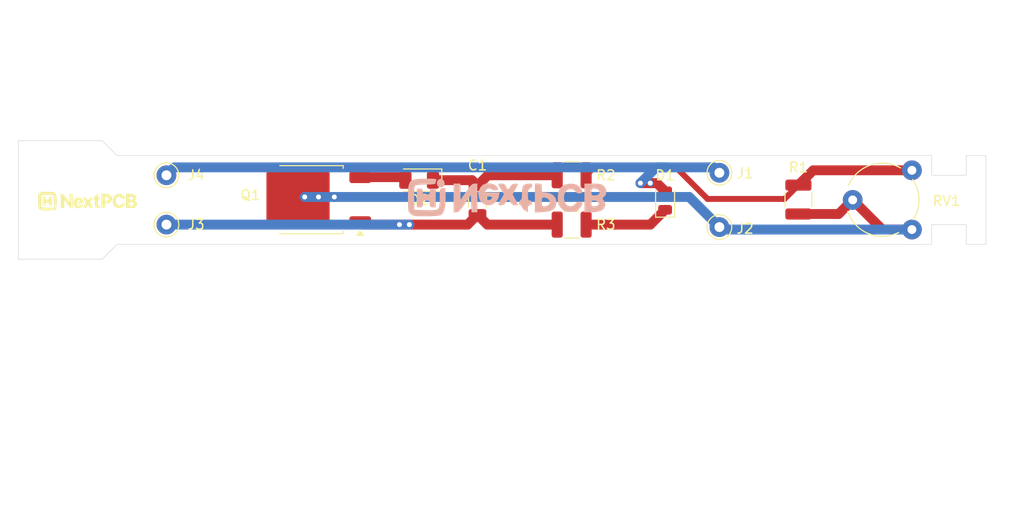
<source format=kicad_pcb>
(kicad_pcb (version 20241229) (generator "pcbnew") (generator_version "9.0")
  (layers (0 "F.Cu" signal) (2 "B.Cu" signal) (13 "F.Paste" user) (15 "B.Paste" user) (5 "F.SilkS" user "F.Silkscreen") (7 "B.SilkS" user "B.Silkscreen") (1 "F.Mask" user) (3 "B.Mask" user) (25 "Edge.Cuts" user))
  (net 0 "")
  (net 1 "Net-(J3-Pin_1)")
  (net 2 "Net-(D2-K)")
  (net 3 "Net-(D1-A)")
  (net 4 "Net-(D1-K)")
  (net 5 "Net-(D2-A)")
  (net 6 "Net-(J2-Pin_1)")
  (net 7 "Net-(R1-Pad2)")
  (footprint "LED_SMD:LED_0805_2012Metric" (layer "F.Cu") (at 165.5 105.5625 90)
    (property "Reference" "D1" (at 2.5625 0 180) (layer "F.SilkS"))
    (property "Value" "LED")
    (fp_line (start 1 -0.96) (end -1.685 -0.96) (stroke (width 0.12)) (layer "F.SilkS"))
    (fp_line (start -1.685 -0.96) (end -1.685 0.96) (stroke (width 0.12)) (layer "F.SilkS"))
    (fp_line (start -1.685 0.96) (end 1 0.96) (stroke (width 0.12)) (layer "F.SilkS"))
    (pad "1" smd roundrect (at -0.9375 0 90) (size 0.975 1.4) (layers "F.Cu" "F.Mask" "F.Paste") (net 4 "Net-(D1-K)"))
    (pad "2" smd roundrect (at 0.9375 0 90) (size 0.975 1.4) (layers "F.Cu" "F.Mask" "F.Paste") (net 3 "Net-(D1-A)"))
  )
  (footprint "Connector_Pin:Pin_D1.0mm_L10.0mm" (layer "F.Cu") (at 115 108)
    (property "Reference" "J3" (at 3 0 0) (layer "F.SilkS"))
    (property "Value" "Conn_01x01")
    (fp_circle (center 0 0) (end 1.25 0.05) (stroke (width 0.12)) (fill no) (layer "F.SilkS"))
    (pad "1" thru_hole circle (at 0 0) (size 2 2) (drill 1) (layers "*.Cu" "*.Mask") (net 1 "Net-(J3-Pin_1)"))
  )
  (footprint "Resistor_SMD:R_1210_3225Metric" (layer "F.Cu") (at 156.0375 108)
    (property "Reference" "R3" (at 3.4625 0 0) (layer "F.SilkS"))
    (property "Value" "82K")
    (fp_line (start -0.723737 -1.355) (end 0.723737 -1.355) (stroke (width 0.12)) (layer "F.SilkS"))
    (fp_line (start -0.723737 1.355) (end 0.723737 1.355) (stroke (width 0.12)) (layer "F.SilkS"))
    (pad "1" smd roundrect (at -1.4625 0) (size 1.125 2.65) (layers "F.Cu" "F.Mask" "F.Paste") (roundrect_rratio 0.222222) (net 1 "Net-(J3-Pin_1)"))
    (pad "2" smd roundrect (at 1.4625 0) (size 1.125 2.65) (layers "F.Cu" "F.Mask" "F.Paste") (roundrect_rratio 0.222222) (net 4 "Net-(D1-K)"))
  )
  (footprint "Connector_Pin:Pin_D1.0mm_L10.0mm" (layer "F.Cu") (at 171 108.25)
    (property "Reference" "J2" (at 2.6 0.15 0) (layer "F.SilkS"))
    (property "Value" "Conn_01x01")
    (fp_circle (center 0 0) (end 1.25 0.05) (stroke (width 0.12)) (fill no) (layer "F.SilkS"))
    (pad "1" thru_hole circle (at 0 0) (size 2 2) (drill 1) (layers "*.Cu" "*.Mask") (net 6 "Net-(J2-Pin_1)"))
  )
  (footprint "Diode_SMD:D_1206_3216Metric" (layer "F.Cu") (at 140.6 103.5 180)
    (property "Reference" "D2" (at 0 -2 0) (layer "F.SilkS"))
    (property "Value" "D_Zener")
    (fp_line (start 1.6 -1.135) (end -2.285 -1.135) (stroke (width 0.12)) (layer "F.SilkS"))
    (fp_line (start -2.285 1.135) (end 1.6 1.135) (stroke (width 0.12)) (layer "F.SilkS"))
    (fp_line (start -2.285 -1.135) (end -2.285 1.135) (stroke (width 0.12)) (layer "F.SilkS"))
    (pad "1" smd roundrect (at -1.4 0 180) (size 1.25 1.75) (layers "F.Cu" "F.Mask" "F.Paste") (roundrect_rratio 0.2) (net 2 "Net-(D2-K)"))
    (pad "2" smd roundrect (at 1.4 0 180) (size 1.25 1.75) (layers "F.Cu" "F.Mask" "F.Paste") (roundrect_rratio 0.2) (net 5 "Net-(D2-A)"))
  )
  (footprint "Connector_Pin:Pin_D1.0mm_L10.0mm" (layer "F.Cu") (at 115 103)
    (property "Reference" "J4" (at 3 0 0) (layer "F.SilkS"))
    (property "Value" "Conn_01x01")
    (fp_circle (center 0 0) (end 1.25 0.05) (stroke (width 0.12)) (fill no) (layer "F.SilkS"))
    (pad "1" thru_hole circle (at 0 0) (size 2 2) (drill 1) (layers "*.Cu" "*.Mask") (net 3 "Net-(D1-A)"))
  )
  (footprint "LOGO" (layer "F.Cu") (at 107 105.5)
    (property "Reference" "G***" (hide yes))
    (property "Value" "LOGO" (hide yes))
    (fp_poly (pts (xy -3.282111 0.646642) (xy -3.188019 0.694491) (xy -3.157018 0.794253) (xy -3.156214 0.825819) (xy -3.191651 0.967134) (xy -3.253117 1.025259) (xy -3.338361 1.067132) (xy -3.394755 1.063904) (xy -3.46933 1.023009) (xy -3.540508 0.931503) (xy -3.551022 0.805772) (xy -3.499089 0.692663) (xy -3.482505 0.676871) (xy -3.374226 0.639448)) (fill yes) (layer "F.SilkS"))
    (fp_poly (pts (xy -1.502959 0.100197) (xy -1.502959 0.826627) (xy -1.644951 0.826627) (xy -1.719237 0.815374) (xy -1.791684 0.771658) (xy -1.87778 0.680539) (xy -1.993017 0.52708) (xy -2.070789 0.415963) (xy -2.354636 0.0053) (xy -2.354636 0.415963) (xy -2.354636 0.826627) (xy -2.529981 0.826627) (xy -2.705326 0.826627) (xy -2.705326 0.100197) (xy -2.705326 -0.626233) (xy -2.567555 -0.626229) (xy -2.496569 -0.614561) (xy -2.425278 -0.569967) (xy -2.339293 -0.478059) (xy -2.224224 -0.324446) (xy -2.129192 -0.187866) (xy -1.8286 0.250493) (xy -1.814125 -0.18787) (xy -1.79965 -0.626233) (xy -1.651305 -0.626233) (xy -1.502959 -0.626233)) (fill yes) (layer "F.SilkS"))
    (fp_poly (pts (xy -4.307701 -0.365965) (xy -4.266284 -0.316385) (xy -4.258383 -0.200395) (xy -4.250628 -0.082873) (xy -4.206873 -0.034676) (xy -4.096384 -0.025071) (xy -4.083038 -0.025049) (xy -3.965516 -0.032805) (xy -3.91732 -0.07656) (xy -3.907715 -0.187048) (xy -3.907693 -0.200395) (xy -3.899314 -0.318202) (xy -3.856817 -0.366522) (xy -3.757397 -0.37574) (xy -3.607101 -0.37574) (xy -3.607101 0.100197) (xy -3.607101 0.576134) (xy -3.757397 0.576134) (xy -3.863852 0.56372) (xy -3.903089 0.505164) (xy -3.907693 0.425838) (xy -3.917468 0.32486) (xy -3.967048 0.283443) (xy -4.083038 0.275542) (xy -4.200846 0.283921) (xy -4.249165 0.326418) (xy -4.258383 0.425838) (xy -4.270797 0.532293) (xy -4.329354 0.57153) (xy -4.408679 0.576134) (xy -4.558975 0.576134) (xy -4.558975 0.100197) (xy -4.558975 -0.37574) (xy -4.408679 -0.37574)) (fill yes) (layer "F.SilkS"))
    (fp_poly (pts (xy 1.791025 -0.61631) (xy 2.060439 -0.58841) (xy 2.248837 -0.536791) (xy 2.374081 -0.453938) (xy 2.451267 -0.338509) (xy 2.501584 -0.126287) (xy 2.463546 0.067477) (xy 2.348967 0.226553) (xy 2.169665 0.334709) (xy 1.937455 0.375715) (xy 1.931284 0.37574) (xy 1.822017 0.380417) (xy 1.770276 0.412628) (xy 1.754549 0.499644) (xy 1.753451 0.601183) (xy 1.749708 0.739706) (xy 1.724339 0.805301) (xy 1.656135 0.825237) (xy 1.578106 0.826627) (xy 1.402761 0.826627) (xy 1.402761 0.09376) (xy 1.402761 -0.100197) (xy 1.753451 -0.100197) (xy 1.759132 0.039347) (xy 1.784975 0.105154) (xy 1.844184 0.12344) (xy 1.866173 0.123653) (xy 1.998896 0.092685) (xy 2.066567 0.055507) (xy 2.148973 -0.05369) (xy 2.148438 -0.170154) (xy 2.076631 -0.268153) (xy 1.945221 -0.321958) (xy 1.893727 -0.325641) (xy 1.807392 -0.318161) (xy 1.766495 -0.277652) (xy 1.75417 -0.177008) (xy 1.753451 -0.100197) (xy 1.402761 -0.100197) (xy 1.402761 -0.639107)) (fill yes) (layer "F.SilkS"))
    (fp_poly (pts (xy 1.05207 -0.448558) (xy 1.063611 -0.328687) (xy 1.108495 -0.280814) (xy 1.152268 -0.275543) (xy 1.230839 -0.246188) (xy 1.252465 -0.150296) (xy 1.228982 -0.052082) (xy 1.152268 -0.025049) (xy 1.094745 -0.013291) (xy 1.064559 0.037708) (xy 1.053276 0.151533) (xy 1.05207 0.255183) (xy 1.057757 0.420975) (xy 1.080043 0.512078) (xy 1.12677 0.553616) (xy 1.147296 0.560318) (xy 1.229739 0.624412) (xy 1.265595 0.705923) (xy 1.270769 0.784651) (xy 1.228582 0.818808) (xy 1.113878 0.826597) (xy 1.0988 0.826627) (xy 0.95006 0.806207) (xy 0.838876 0.755681) (xy 0.830205 0.747901) (xy 0.779624 0.651556) (xy 0.755026 0.481428) (xy 0.751479 0.345539) (xy 0.744593 0.153029) (xy 0.721355 0.041794) (xy 0.677899 -0.006309) (xy 0.676331 -0.006932) (xy 0.617937 -0.073982) (xy 0.601183 -0.155656) (xy 0.628294 -0.252363) (xy 0.676331 -0.275543) (xy 0.740021 -0.316553) (xy 0.751795 -0.363215) (xy 0.792236 -0.445701) (xy 0.890356 -0.529285) (xy 0.902091 -0.53623) (xy 1.05207 -0.621573)) (fill yes) (layer "F.SilkS"))
    (fp_poly (pts (xy -0.729831 -0.230143) (xy -0.573817 -0.111166) (xy -0.45907 0.055559) (xy -0.417544 0.18787) (xy -0.387679 0.37574) (xy -0.771737 0.37574) (xy -0.964327 0.377208) (xy -1.074486 0.385205) (xy -1.119974 0.405115) (xy -1.118551 0.442323) (xy -1.10217 0.475937) (xy -1.021664 0.547642) (xy -0.907903 0.576444) (xy -0.806726 0.55529) (xy -0.776529 0.526035) (xy -0.709374 0.486699) (xy -0.604054 0.47625) (xy -0.5038 0.492634) (xy -0.451846 0.533797) (xy -0.450888 0.541509) (xy -0.4967 0.667455) (xy -0.619755 0.766387) (xy -0.798486 0.827896) (xy -1.011324 0.841571) (xy -1.062797 0.83686) (xy -1.22053 0.77157) (xy -1.351522 0.634357) (xy -1.434578 0.453342) (xy -1.452861 0.319309) (xy -1.417209 0.086537) (xy -1.081161 0.086537) (xy -1.075253 0.145029) (xy -0.97584 0.173754) (xy -0.931 0.175345) (xy -0.813434 0.164537) (xy -0.753454 0.137885) (xy -0.75148 0.131381) (xy -0.793412 0.04707) (xy -0.887197 -0.004051) (xy -0.984824 0.003089) (xy -0.990666 0.006484) (xy -1.081161 0.086537) (xy -1.417209 0.086537) (xy -1.414325 0.067707) (xy -1.303245 -0.120167) (xy -1.126414 -0.237001) (xy -0.900209 -0.275543)) (fill yes) (layer "F.SilkS"))
    (fp_poly (pts (xy 0.507115 -0.266538) (xy 0.551083 -0.244872) (xy 0.551084 -0.244748) (xy 0.528937 -0.187239) (xy 0.471775 -0.071027) (xy 0.415558 0.035052) (xy 0.280033 0.284057) (xy 0.415558 0.525152) (xy 0.490367 0.663283) (xy 0.539588 0.763851) (xy 0.551084 0.796437) (xy 0.507429 0.817523) (xy 0.402046 0.826619) (xy 0.398458 0.826627) (xy 0.270272 0.800737) (xy 0.178136 0.706053) (xy 0.16049 0.676648) (xy 0.085557 0.561719) (xy 0.031615 0.538848) (xy -0.019839 0.608008) (xy -0.050099 0.676331) (xy -0.113182 0.783041) (xy -0.207636 0.822901) (xy -0.281621 0.826627) (xy -0.395139 0.818304) (xy -0.449969 0.797932) (xy -0.450888 0.794594) (xy -0.426623 0.73749) (xy -0.364125 0.624283) (xy -0.305597 0.526432) (xy -0.160305 0.290303) (xy -0.304742 0.044954) (xy -0.383774 -0.095197) (xy -0.436597 -0.200164) (xy -0.450034 -0.237969) (xy -0.407047 -0.264194) (xy -0.302068 -0.275531) (xy -0.298262 -0.275543) (xy -0.170076 -0.249652) (xy -0.07794 -0.154969) (xy -0.060294 -0.125563) (xy 0.016573 -0.010188) (xy 0.076233 0.012163) (xy 0.13864 -0.058481) (xy 0.175345 -0.125247) (xy 0.258173 -0.23674) (xy 0.370434 -0.274534) (xy 0.402075 -0.275543)) (fill yes) (layer "F.SilkS"))
    (fp_poly (pts (xy 3.386792 -0.596307) (xy 3.498901 -0.572767) (xy 3.584469 -0.517197) (xy 3.661308 -0.437573) (xy 3.774387 -0.282507) (xy 3.807258 -0.165382) (xy 3.759888 -0.094024) (xy 3.66296 -0.075148) (xy 3.514885 -0.117211) (xy 3.436362 -0.200395) (xy 3.318741 -0.300065) (xy 3.169944 -0.324183) (xy 3.0278 -0.269848) (xy 2.989227 -0.234681) (xy 2.900152 -0.077738) (xy 2.870519 0.107579) (xy 2.896397 0.291151) (xy 2.973857 0.44286) (xy 3.088888 0.52901) (xy 3.234171 0.546218) (xy 3.374178 0.505212) (xy 3.466599 0.419679) (xy 3.473448 0.404627) (xy 3.537024 0.344338) (xy 3.639747 0.322418) (xy 3.741506 0.337818) (xy 3.802187 0.389493) (xy 3.806381 0.413313) (xy 3.764477 0.537891) (xy 3.660752 0.668885) (xy 3.524019 0.769998) (xy 3.522721 0.770665) (xy 3.345593 0.818706) (xy 3.129605 0.819726) (xy 2.922911 0.776386) (xy 2.826579 0.732168) (xy 2.673328 0.59346) (xy 2.58586 0.398467) (xy 2.559972 0.135789) (xy 2.564895 0.022758) (xy 2.586115 -0.163109) (xy 2.627176 -0.28913) (xy 2.70392 -0.395576) (xy 2.747233 -0.440771) (xy 2.848777 -0.531869) (xy 2.945131 -0.580037) (xy 3.074921 -0.598624) (xy 3.211384 -0.601184)) (fill yes) (layer "F.SilkS"))
    (fp_poly (pts (xy 4.532431 -0.607366) (xy 4.751872 -0.548499) (xy 4.890316 -0.446238) (xy 4.953902 -0.297185) (xy 4.959763 -0.220158) (xy 4.926728 -0.094813) (xy 4.875538 -0.01502) (xy 4.821476 0.058087) (xy 4.841921 0.109843) (xy 4.900587 0.154587) (xy 4.991139 0.27271) (xy 5.016592 0.430379) (xy 4.978361 0.592202) (xy 4.877862 0.722791) (xy 4.877859 0.722794) (xy 4.792414 0.776342) (xy 4.686178 0.808077) (xy 4.531951 0.823121) (xy 4.326774 0.826627) (xy 3.907692 0.826627) (xy 3.907692 0.400789) (xy 4.258382 0.400789) (xy 4.266872 0.518665) (xy 4.309246 0.56701) (xy 4.405099 0.576134) (xy 4.539941 0.550108) (xy 4.630444 0.497507) (xy 4.682858 0.39592) (xy 4.649891 0.304002) (xy 4.545864 0.24138) (xy 4.431965 0.225444) (xy 4.315612 0.233315) (xy 4.267894 0.277407) (xy 4.258401 0.388438) (xy 4.258382 0.400789) (xy 3.907692 0.400789) (xy 3.907692 0.100197) (xy 3.907692 -0.175345) (xy 4.258382 -0.175345) (xy 4.270851 -0.068848) (xy 4.329273 -0.029604) (xy 4.406915 -0.025049) (xy 4.545834 -0.058248) (xy 4.604965 -0.117572) (xy 4.621944 -0.224073) (xy 4.552239 -0.297101) (xy 4.406829 -0.325584) (xy 4.398658 -0.325641) (xy 4.299036 -0.311971) (xy 4.26238 -0.249964) (xy 4.258382 -0.175345) (xy 3.907692 -0.175345) (xy 3.907692 -0.626233) (xy 4.225857 -0.626233)) (fill yes) (layer "F.SilkS"))
    (fp_poly (pts (xy -3.83274 -0.822473) (xy -3.605762 -0.811016) (xy -3.437421 -0.793768) (xy -3.349073 -0.772496) (xy -3.242989 -0.676721) (xy -3.168959 -0.514599) (xy -3.124385 -0.276485) (xy -3.106667 0.047265) (xy -3.106115 0.128997) (xy -3.1079 0.359482) (xy -3.115041 0.505931) (xy -3.130212 0.58447) (xy -3.15609 0.611224) (xy -3.18536 0.606543) (xy -3.298217 0.578993) (xy -3.335656 0.576134) (xy -3.370217 0.555611) (xy -3.391961 0.483426) (xy -3.403315 0.343657) (xy -3.406703 0.120382) (xy -3.406707 0.109772) (xy -3.408771 -0.143954) (xy -3.425263 -0.319773) (xy -3.471632 -0.431441) (xy -3.563326 -0.492712) (xy -3.715795 -0.517341) (xy -3.944487 -0.519084) (xy -4.108697 -0.515263) (xy -4.684221 -0.500986) (xy -4.698437 0.067977) (xy -4.700197 0.373415) (xy -4.687931 0.583268) (xy -4.661752 0.695875) (xy -4.654729 0.706735) (xy -4.591197 0.742577) (xy -4.463102 0.764805) (xy -4.256526 0.775204) (xy -4.110303 0.776528) (xy -3.867044 0.780592) (xy -3.712464 0.793741) (xy -3.635336 0.817414) (xy -3.621418 0.839152) (xy -3.601004 0.937706) (xy -3.582659 0.989448) (xy -3.574423 1.027958) (xy -3.598644 1.053033) (xy -3.671317 1.067334) (xy -3.808435 1.073526) (xy -4.025992 1.07427) (xy -4.090203 1.073945) (xy -4.324286 1.06875) (xy -4.529699 1.057206) (xy -4.680376 1.041173) (xy -4.741484 1.027443) (xy -4.842766 0.973925) (xy -4.915439 0.897379) (xy -4.963992 0.782068) (xy -4.992915 0.612259) (xy -5.006696 0.372217) (xy -5.009862 0.086658) (xy -5.009182 -0.183627) (xy -5.005033 -0.372552) (xy -4.994256 -0.498956) (xy -4.973694 -0.581675) (xy -4.940185 -0.639547) (xy -4.890572 -0.691409) (xy -4.8773 -0.703773) (xy -4.817562 -0.754256) (xy -4.753832 -0.788615) (xy -4.66649 -0.809939) (xy -4.535915 -0.821322) (xy -4.342488 -0.825853) (xy -4.097478 -0.826627)) (fill yes) (layer "F.SilkS"))
  )
  (footprint "Connector_Pin:Pin_D1.0mm_L10.0mm" (layer "F.Cu") (at 171 102.75)
    (property "Reference" "J1" (at 2.6 0.05 0) (layer "F.SilkS"))
    (property "Value" "Conn_01x01")
    (fp_circle (center 0 0) (end 1.25 0.05) (stroke (width 0.12)) (fill no) (layer "F.SilkS"))
    (pad "1" thru_hole circle (at 0 0) (size 2 2) (drill 1) (layers "*.Cu" "*.Mask") (net 3 "Net-(D1-A)"))
  )
  (footprint "Potentiometer_THT:Potentiometer_Piher_PT-6-V_Vertical" (layer "F.Cu") (at 190.5 102.5 180)
    (property "Reference" "RV1" (at -3.5 -3.1 0) (layer "F.SilkS"))
    (property "Value" "500K")
    (fp_arc (start 6.4257 -1.531842) (mid 4.184354 0.533867) (end 1.150866 0.235987) (stroke (width 0.12)) (layer "F.SilkS"))
    (fp_arc (start 1.350608 -6.298785) (mid 4.411395 -6.40741) (end 6.49889 -4.166298) (stroke (width 0.12)) (layer "F.SilkS"))
    (fp_arc (start -0.090784 -0.939479) (mid -0.714483 -2.963808) (end -0.130347 -4.999905) (stroke (width 0.12)) (layer "F.SilkS"))
    (pad "1" thru_hole circle (at 0 0 180) (size 2 2) (drill 0.9) (layers "*.Cu" "*.Mask") (net 7 "Net-(R1-Pad2)"))
    (pad "2" thru_hole circle (at 6 -3 180) (size 2 2) (drill 0.9) (layers "*.Cu" "*.Mask") (net 6 "Net-(J2-Pin_1)"))
    (pad "3" thru_hole circle (at 0 -6 180) (size 2 2) (drill 0.9) (layers "*.Cu" "*.Mask") (net 6 "Net-(J2-Pin_1)"))
  )
  (footprint "Resistor_SMD:R_1210_3225Metric" (layer "F.Cu") (at 179 105.4625 90)
    (property "Reference" "R1" (at 3.2625 0 180) (layer "F.SilkS"))
    (property "Value" "560K")
    (fp_line (start -0.723737 -1.355) (end 0.723737 -1.355) (stroke (width 0.12)) (layer "F.SilkS"))
    (fp_line (start -0.723737 1.355) (end 0.723737 1.355) (stroke (width 0.12)) (layer "F.SilkS"))
    (pad "1" smd roundrect (at -1.4625 0 90) (size 1.125 2.65) (layers "F.Cu" "F.Mask" "F.Paste") (roundrect_rratio 0.222222) (net 6 "Net-(J2-Pin_1)"))
    (pad "2" smd roundrect (at 1.4625 0 90) (size 1.125 2.65) (layers "F.Cu" "F.Mask" "F.Paste") (roundrect_rratio 0.222222) (net 7 "Net-(R1-Pad2)"))
  )
  (footprint "Resistor_SMD:R_1210_3225Metric" (layer "F.Cu") (at 156.0375 103 180)
    (property "Reference" "R2" (at -3.4625 0 0) (layer "F.SilkS"))
    (property "Value" "10K")
    (fp_line (start -0.723737 1.355) (end 0.723737 1.355) (stroke (width 0.12)) (layer "F.SilkS"))
    (fp_line (start -0.723737 -1.355) (end 0.723737 -1.355) (stroke (width 0.12)) (layer "F.SilkS"))
    (pad "1" smd roundrect (at -1.4625 0 180) (size 1.125 2.65) (layers "F.Cu" "F.Mask" "F.Paste") (roundrect_rratio 0.222222) (net 7 "Net-(R1-Pad2)"))
    (pad "2" smd roundrect (at 1.4625 0 180) (size 1.125 2.65) (layers "F.Cu" "F.Mask" "F.Paste") (roundrect_rratio 0.222222) (net 2 "Net-(D2-K)"))
  )
  (footprint "Package_TO_SOT_SMD:TO-252-2" (layer "F.Cu") (at 129.585 105.475 180)
    (property "Reference" "Q1" (at 6.085 0.475 0) (layer "F.SilkS"))
    (property "Value" "BT136-600")
    (fp_line (start 3.11 3.45) (end -3.31 3.45) (stroke (width 0.12)) (layer "F.SilkS"))
    (fp_line (start 3.11 -3.45) (end -3.31 -3.45) (stroke (width 0.12)) (layer "F.SilkS"))
    (fp_line (start -3.31 3.45) (end -3.31 3.18) (stroke (width 0.12)) (layer "F.SilkS"))
    (fp_line (start -3.31 -3.45) (end -3.31 -3.18) (stroke (width 0.12)) (layer "F.SilkS"))
    (fp_poly (pts (xy -5.04 -3.14) (xy -5.38 -3.61) (xy -4.7 -3.61)) (stroke (width 0.12)) (fill yes) (layer "F.SilkS"))
    (pad "1" smd roundrect (at -5.04 -2.28 180) (size 2.2 1.2) (layers "F.Cu" "F.Mask" "F.Paste") (roundrect_rratio 0.208333) (net 1 "Net-(J3-Pin_1)"))
    (pad "2" smd roundrect (at 1.26 0 180) (size 6.4 5.8) (layers "F.Cu" "F.Mask") (roundrect_rratio 0.043103) (net 6 "Net-(J2-Pin_1)"))
    (pad "3" smd roundrect (at -5.04 2.28 180) (size 2.2 1.2) (layers "F.Cu" "F.Mask" "F.Paste") (roundrect_rratio 0.208333) (net 5 "Net-(D2-A)"))
  )
  (footprint "Capacitor_SMD:C_1206_3216Metric" (layer "F.Cu") (at 146.5 105.525 -90)
    (property "Reference" "C1" (at -3.525 0 180) (layer "F.SilkS"))
    (property "Value" "104")
    (fp_line (start -0.711252 0.91) (end 0.711252 0.91) (stroke (width 0.12)) (layer "F.SilkS"))
    (fp_line (start -0.711252 -0.91) (end 0.711252 -0.91) (stroke (width 0.12)) (layer "F.SilkS"))
    (pad "1" smd roundrect (at -1.475 0 270) (size 1.15 1.8) (layers "F.Cu" "F.Mask" "F.Paste") (roundrect_rratio 0.217391) (net 2 "Net-(D2-K)"))
    (pad "2" smd roundrect (at 1.475 0 270) (size 1.15 1.8) (layers "F.Cu" "F.Mask" "F.Paste") (roundrect_rratio 0.217391) (net 1 "Net-(J3-Pin_1)"))
  )
  (footprint "LOGO" (layer "B.Cu") (at 149.5 105.5)
    (property "Reference" "G***" (hide yes))
    (property "Value" "LOGO" (hide yes))
    (fp_poly (pts (xy -6.577194 -1.29584) (xy -6.388638 -1.391728) (xy -6.326513 -1.591646) (xy -6.324902 -1.654902) (xy -6.395918 -1.93809) (xy -6.519092 -2.05457) (xy -6.689916 -2.138482) (xy -6.802927 -2.132014) (xy -6.952372 -2.050061) (xy -7.095009 -1.866688) (xy -7.116079 -1.61473) (xy -7.012008 -1.388065) (xy -6.978775 -1.356418) (xy -6.761789 -1.281423)) (fill yes) (layer "B.SilkS"))
    (fp_poly (pts (xy -3.011859 -0.20079) (xy -3.011859 -1.656522) (xy -3.296403 -1.656522) (xy -3.44527 -1.633972) (xy -3.590449 -1.546366) (xy -3.762983 -1.363768) (xy -3.993911 -1.056243) (xy -4.149762 -0.833571) (xy -4.718578 -0.010621) (xy -4.718578 -0.833571) (xy -4.718578 -1.656522) (xy -5.069961 -1.656522) (xy -5.421345 -1.656522) (xy -5.421345 -0.20079) (xy -5.421345 1.254941) (xy -5.145258 1.254933) (xy -5.003005 1.23155) (xy -4.860142 1.142187) (xy -4.687831 0.958007) (xy -4.457238 0.650175) (xy -4.266799 0.376475) (xy -3.664428 -0.501976) (xy -3.63542 0.376482) (xy -3.606413 1.254941) (xy -3.309136 1.254941) (xy -3.011859 1.254941)) (fill yes) (layer "B.SilkS"))
    (fp_poly (pts (xy -8.632428 0.733376) (xy -8.549431 0.63402) (xy -8.533598 0.401581) (xy -8.518056 0.166073) (xy -8.430373 0.069489) (xy -8.20896 0.050241) (xy -8.182214 0.050198) (xy -7.946706 0.065739) (xy -7.850122 0.153422) (xy -7.830875 0.374836) (xy -7.830831 0.401581) (xy -7.814041 0.637662) (xy -7.728879 0.734493) (xy -7.529645 0.752965) (xy -7.228459 0.752965) (xy -7.228459 -0.20079) (xy -7.228459 -1.154545) (xy -7.529645 -1.154545) (xy -7.742975 -1.129669) (xy -7.821604 -1.012324) (xy -7.830831 -0.85336) (xy -7.850419 -0.651004) (xy -7.949775 -0.568007) (xy -8.182214 -0.552174) (xy -8.418295 -0.568964) (xy -8.515126 -0.654126) (xy -8.533598 -0.85336) (xy -8.558474 -1.066689) (xy -8.675819 -1.145318) (xy -8.834783 -1.154545) (xy -9.135969 -1.154545) (xy -9.135969 -0.20079) (xy -9.135969 0.752965) (xy -8.834783 0.752965)) (fill yes) (layer "B.SilkS"))
    (fp_poly (pts (xy 3.58913 1.235057) (xy 4.129023 1.179146) (xy 4.506564 1.075704) (xy 4.757547 0.909671) (xy 4.912222 0.678355) (xy 5.013057 0.253073) (xy 4.936829 -0.135221) (xy 4.707219 -0.454001) (xy 4.347906 -0.670741) (xy 3.882568 -0.752915) (xy 3.870202 -0.752964) (xy 3.651236 -0.762337) (xy 3.547549 -0.826888) (xy 3.516034 -1.001264) (xy 3.513833 -1.204743) (xy 3.506332 -1.482335) (xy 3.455494 -1.613784) (xy 3.318817 -1.653735) (xy 3.16245 -1.656522) (xy 2.811066 -1.656522) (xy 2.811066 -0.187891) (xy 2.811066 0.200791) (xy 3.513833 0.200791) (xy 3.525217 -0.078849) (xy 3.577006 -0.210723) (xy 3.695657 -0.247368) (xy 3.739723 -0.247795) (xy 4.005692 -0.185736) (xy 4.141304 -0.111233) (xy 4.30644 0.107593) (xy 4.305368 0.34098) (xy 4.161471 0.537367) (xy 3.898131 0.645189) (xy 3.79494 0.652569) (xy 3.621929 0.63758) (xy 3.539973 0.556401) (xy 3.515274 0.354716) (xy 3.513833 0.200791) (xy 2.811066 0.200791) (xy 2.811066 1.28074)) (fill yes) (layer "B.SilkS"))
    (fp_poly (pts (xy 2.1083 0.898888) (xy 2.131427 0.658673) (xy 2.221372 0.562738) (xy 2.30909 0.552174) (xy 2.466542 0.49335) (xy 2.509881 0.301186) (xy 2.462821 0.10437) (xy 2.30909 0.050198) (xy 2.193817 0.026635) (xy 2.133326 -0.075565) (xy 2.110716 -0.303666) (xy 2.1083 -0.511375) (xy 2.119695 -0.843614) (xy 2.164355 -1.02618) (xy 2.257994 -1.10942) (xy 2.299127 -1.12285) (xy 2.464339 -1.251292) (xy 2.536193 -1.414637) (xy 2.546562 -1.572404) (xy 2.46202 -1.640852) (xy 2.232158 -1.656462) (xy 2.201944 -1.656522) (xy 1.903876 -1.615601) (xy 1.681069 -1.514349) (xy 1.663692 -1.498758) (xy 1.56233 -1.305688) (xy 1.513037 -0.964759) (xy 1.505928 -0.692445) (xy 1.492128 -0.306664) (xy 1.445562 -0.083753) (xy 1.358478 0.012643) (xy 1.355335 0.013892) (xy 1.238316 0.148257) (xy 1.204742 0.311927) (xy 1.259071 0.505723) (xy 1.355335 0.552174) (xy 1.482967 0.634357) (xy 1.506563 0.727866) (xy 1.587603 0.893163) (xy 1.784231 1.060662) (xy 1.807749 1.07458) (xy 2.1083 1.245602)) (fill yes) (layer "B.SilkS"))
    (fp_poly (pts (xy -1.462547 0.461196) (xy -1.149902 0.22277) (xy -0.919954 -0.111337) (xy -0.836738 -0.376482) (xy -0.776891 -0.752964) (xy -1.546524 -0.752964) (xy -1.932465 -0.755908) (xy -2.153218 -0.771933) (xy -2.244374 -0.811831) (xy -2.241523 -0.886395) (xy -2.208696 -0.953755) (xy -2.047366 -1.097449) (xy -1.819394 -1.155166) (xy -1.616641 -1.112774) (xy -1.556127 -1.05415) (xy -1.421552 -0.975322) (xy -1.210495 -0.954382) (xy -1.009591 -0.987216) (xy -0.905479 -1.069705) (xy -0.903558 -1.085159) (xy -0.995362 -1.337548) (xy -1.241959 -1.535804) (xy -1.600127 -1.659065) (xy -2.026645 -1.686469) (xy -2.129794 -1.677028) (xy -2.445884 -1.546189) (xy -2.708385 -1.271221) (xy -2.874825 -0.908476) (xy -2.911463 -0.639881) (xy -2.840018 -0.173416) (xy -2.166595 -0.173416) (xy -2.154755 -0.290631) (xy -1.955538 -0.348194) (xy -1.865679 -0.351383) (xy -1.630082 -0.329725) (xy -1.509886 -0.276316) (xy -1.50593 -0.263281) (xy -1.589959 -0.094326) (xy -1.777901 0.008118) (xy -1.97354 -0.006189) (xy -1.985247 -0.012994) (xy -2.166595 -0.173416) (xy -2.840018 -0.173416) (xy -2.834239 -0.135682) (xy -2.61164 0.240809) (xy -2.257279 0.474939) (xy -1.803975 0.552174)) (fill yes) (layer "B.SilkS"))
    (fp_poly (pts (xy 1.016235 0.534128) (xy 1.104345 0.490712) (xy 1.104347 0.490464) (xy 1.059965 0.375217) (xy 0.945414 0.142335) (xy 0.83276 -0.070242) (xy 0.561172 -0.569237) (xy 0.83276 -1.052379) (xy 0.982673 -1.329188) (xy 1.081309 -1.530721) (xy 1.104347 -1.596021) (xy 1.016865 -1.638277) (xy 0.805681 -1.656505) (xy 0.798492 -1.656522) (xy 0.541612 -1.604639) (xy 0.356976 -1.414897) (xy 0.321614 -1.355971) (xy 0.171453 -1.125658) (xy 0.063355 -1.079827) (xy -0.039755 -1.21842) (xy -0.100396 -1.355336) (xy -0.226812 -1.569178) (xy -0.416093 -1.649055) (xy -0.564355 -1.656522) (xy -0.791839 -1.639842) (xy -0.901716 -1.599018) (xy -0.903558 -1.592329) (xy -0.854933 -1.477895) (xy -0.729689 -1.251033) (xy -0.612401 -1.054945) (xy -0.321244 -0.581754) (xy -0.610689 -0.090086) (xy -0.769064 0.19077) (xy -0.874918 0.401118) (xy -0.901846 0.476878) (xy -0.815702 0.529432) (xy -0.605329 0.552151) (xy -0.597703 0.552174) (xy -0.340823 0.500291) (xy -0.156187 0.31055) (xy -0.120825 0.251623) (xy 0.033213 0.020417) (xy 0.152767 -0.024375) (xy 0.277828 0.117194) (xy 0.351383 0.250988) (xy 0.517367 0.474415) (xy 0.742332 0.550153) (xy 0.805739 0.552174)) (fill yes) (layer "B.SilkS"))
    (fp_poly (pts (xy 6.786971 1.194971) (xy 7.011632 1.147798) (xy 7.183105 1.036438) (xy 7.337088 0.876875) (xy 7.563692 0.566131) (xy 7.629565 0.331418) (xy 7.534637 0.18842) (xy 7.340399 0.150593) (xy 7.043662 0.234885) (xy 6.886306 0.401581) (xy 6.650599 0.601316) (xy 6.352418 0.649647) (xy 6.067567 0.540763) (xy 5.990269 0.47029) (xy 5.811767 0.155784) (xy 5.752383 -0.215582) (xy 5.804243 -0.583453) (xy 5.959468 -0.88747) (xy 6.189986 -1.060111) (xy 6.481125 -1.094595) (xy 6.761694 -1.012421) (xy 6.9469 -0.841016) (xy 6.960626 -0.810853) (xy 7.088028 -0.690038) (xy 7.293881 -0.64611) (xy 7.4978 -0.676971) (xy 7.619402 -0.780525) (xy 7.627806 -0.828261) (xy 7.543833 -1.077907) (xy 7.335973 -1.340415) (xy 7.061967 -1.54304) (xy 7.059366 -1.544376) (xy 6.704409 -1.640648) (xy 6.271581 -1.642691) (xy 5.857375 -1.555841) (xy 5.664331 -1.46723) (xy 5.357222 -1.189266) (xy 5.181941 -0.798509) (xy 5.130062 -0.272114) (xy 5.139928 -0.045606) (xy 5.182452 0.326863) (xy 5.264737 0.579404) (xy 5.418529 0.792716) (xy 5.505325 0.883283) (xy 5.708814 1.06584) (xy 5.901902 1.162366) (xy 6.161995 1.199613) (xy 6.435462 1.204743)) (fill yes) (layer "B.SilkS"))
    (fp_poly (pts (xy 9.082778 1.217132) (xy 9.522526 1.099166) (xy 9.799962 0.894239) (xy 9.927386 0.595544) (xy 9.93913 0.441185) (xy 9.87293 0.190001) (xy 9.770347 0.030098) (xy 9.662009 -0.116404) (xy 9.70298 -0.220119) (xy 9.820545 -0.309784) (xy 10.002006 -0.546498) (xy 10.053013 -0.862458) (xy 9.9764 -1.186745) (xy 9.775005 -1.448438) (xy 9.774998 -1.448444) (xy 9.603771 -1.555754) (xy 9.390879 -1.619348) (xy 9.081815 -1.649496) (xy 8.67065 -1.656522) (xy 7.830829 -1.656522) (xy 7.830829 -0.803162) (xy 8.533596 -0.803162) (xy 8.55061 -1.039381) (xy 8.635524 -1.136262) (xy 8.827611 -1.154545) (xy 9.097826 -1.10239) (xy 9.27919 -0.99698) (xy 9.384225 -0.793406) (xy 9.318161 -0.609205) (xy 9.109695 -0.483714) (xy 8.881447 -0.451779) (xy 8.648282 -0.467552) (xy 8.552657 -0.555911) (xy 8.533634 -0.778411) (xy 8.533596 -0.803162) (xy 7.830829 -0.803162) (xy 7.830829 -0.20079) (xy 7.830829 0.351384) (xy 8.533596 0.351384) (xy 8.558582 0.137967) (xy 8.675658 0.059324) (xy 8.83125 0.050198) (xy 9.109637 0.116727) (xy 9.228132 0.235608) (xy 9.262157 0.449031) (xy 9.122472 0.595376) (xy 8.831076 0.652455) (xy 8.814703 0.652569) (xy 8.615064 0.625174) (xy 8.541607 0.500916) (xy 8.533596 0.351384) (xy 7.830829 0.351384) (xy 7.830829 1.254941) (xy 8.468417 1.254941)) (fill yes) (layer "B.SilkS"))
    (fp_poly (pts (xy -7.680628 1.648197) (xy -7.225775 1.625238) (xy -6.888428 1.590673) (xy -6.711384 1.548046) (xy -6.498795 1.356117) (xy -6.350443 1.031232) (xy -6.261119 0.554063) (xy -6.225613 -0.094717) (xy -6.224507 -0.258505) (xy -6.228085 -0.720386) (xy -6.242394 -1.013863) (xy -6.272796 -1.171251) (xy -6.324654 -1.224865) (xy -6.383311 -1.215484) (xy -6.60947 -1.160274) (xy -6.684496 -1.154545) (xy -6.753755 -1.113418) (xy -6.797329 -0.968762) (xy -6.820081 -0.688672) (xy -6.82687 -0.241239) (xy -6.826878 -0.219979) (xy -6.831015 0.288477) (xy -6.864064 0.640811) (xy -6.956985 0.864587) (xy -7.140736 0.98737) (xy -7.446276 1.036727) (xy -7.904564 1.04022) (xy -8.233633 1.032563) (xy -9.386957 1.003953) (xy -9.415445 -0.136223) (xy -9.418972 -0.748306) (xy -9.394391 -1.168841) (xy -9.341929 -1.3945) (xy -9.327855 -1.416263) (xy -9.200541 -1.488089) (xy -8.943845 -1.532633) (xy -8.529876 -1.553471) (xy -8.236852 -1.556126) (xy -7.749372 -1.564269) (xy -7.439601 -1.59062) (xy -7.28504 -1.638059) (xy -7.25715 -1.68162) (xy -7.21624 -1.879119) (xy -7.179479 -1.982806) (xy -7.162973 -2.059979) (xy -7.211511 -2.110227) (xy -7.357144 -2.138888) (xy -7.631922 -2.151296) (xy -8.067897 -2.152787) (xy -8.196572 -2.152134) (xy -8.665664 -2.141724) (xy -9.077303 -2.11859) (xy -9.379251 -2.086461) (xy -9.501709 -2.058948) (xy -9.704672 -1.951701) (xy -9.850306 -1.798304) (xy -9.947605 -1.567227) (xy -10.005565 -1.226938) (xy -10.033181 -0.745906) (xy -10.039526 -0.173658) (xy -10.038162 0.36798) (xy -10.029847 0.746577) (xy -10.008252 0.999884) (xy -9.967046 1.165649) (xy -9.899897 1.281621) (xy -9.800474 1.38555) (xy -9.773878 1.410327) (xy -9.654165 1.511493) (xy -9.526453 1.580346) (xy -9.351424 1.62308) (xy -9.089759 1.64589) (xy -8.70214 1.65497) (xy -8.211152 1.656522)) (fill yes) (layer "B.SilkS"))
  )
  (gr_line (start 198 110) (end 196 110) (stroke (width 0.05)) (layer "Edge.Cuts"))
  (gr_line (start 196 110) (end 196 108) (stroke (width 0.05)) (layer "Edge.Cuts"))
  (gr_line (start 192.5 103) (end 192.5 101) (stroke (width 0.05)) (layer "Edge.Cuts"))
  (gr_line (start 100 111.5) (end 100 99.5) (stroke (width 0.05)) (layer "Edge.Cuts"))
  (gr_line (start 198 101) (end 196 101) (stroke (width 0.05)) (layer "Edge.Cuts"))
  (gr_line (start 192.5 108) (end 192.5 110) (stroke (width 0.05)) (layer "Edge.Cuts"))
  (gr_line (start 108.5 111.5) (end 110 110) (stroke (width 0.05)) (layer "Edge.Cuts"))
  (gr_line (start 198 110) (end 198 101) (stroke (width 0.05)) (layer "Edge.Cuts"))
  (gr_line (start 100 111.5) (end 108.5 111.5) (stroke (width 0.05)) (layer "Edge.Cuts"))
  (gr_line (start 192.5 101) (end 110 101) (stroke (width 0.05)) (layer "Edge.Cuts"))
  (gr_line (start 196 101) (end 196 103) (stroke (width 0.05)) (layer "Edge.Cuts"))
  (gr_line (start 100 99.5) (end 108.5 99.5) (stroke (width 0.05)) (layer "Edge.Cuts"))
  (gr_line (start 196 108) (end 192.5 108) (stroke (width 0.05)) (layer "Edge.Cuts"))
  (gr_line (start 192.5 110) (end 110 110) (stroke (width 0.05)) (layer "Edge.Cuts"))
  (gr_line (start 108.5 99.5) (end 110 101) (stroke (width 0.05)) (layer "Edge.Cuts"))
  (gr_line (start 196 103) (end 192.5 103) (stroke (width 0.05)) (layer "Edge.Cuts"))
  (segment (start 154.575 108) (end 147.5 108) (width 1) (layer "F.Cu") (net 1))
  (segment (start 134.625 107.755) (end 134.87 108) (width 1) (layer "F.Cu") (net 1))
  (segment (start 134.87 108) (end 145.5 108) (width 1) (layer "F.Cu") (net 1))
  (segment (start 145.5 108) (end 146.5 107) (width 1) (layer "F.Cu") (net 1))
  (segment (start 147.5 108) (end 146.5 107) (width 1) (layer "F.Cu") (net 1))
  (via (at 139.6 108) (size 0.7) (drill 0.5) (layers "F.Cu" "B.Cu") (net 1))
  (via (at 138.6 108) (size 0.7) (drill 0.5) (layers "F.Cu" "B.Cu") (net 1))
  (segment (start 138.6 108) (end 139.6 108) (width 1) (layer "B.Cu") (net 1))
  (segment (start 115 108) (end 138.6 108) (width 1) (layer "B.Cu") (net 1))
  (segment (start 147.55 103) (end 146.5 104.05) (width 1) (layer "F.Cu") (net 2))
  (segment (start 142 103.5) (end 145.95 103.5) (width 1) (layer "F.Cu") (net 2))
  (segment (start 145.95 103.5) (end 146.5 104.05) (width 1) (layer "F.Cu") (net 2))
  (segment (start 154.575 103) (end 147.55 103) (width 1) (layer "F.Cu") (net 2))
  (segment (start 165.5 104.625) (end 164.675 103.8) (width 1) (layer "F.Cu") (net 3))
  (segment (start 164.2 103.8) (end 164 103.8) (width 1) (layer "F.Cu") (net 3))
  (segment (start 164.675 103.8) (end 164.2 103.8) (width 1) (layer "F.Cu") (net 3))
  (segment (start 164 103.8) (end 163 103.8) (width 1) (layer "F.Cu") (net 3))
  (via (at 164 103.8) (size 0.7) (drill 0.5) (layers "F.Cu" "B.Cu") (net 3))
  (via (at 163 103.8) (size 0.7) (drill 0.5) (layers "F.Cu" "B.Cu") (net 3))
  (segment (start 164.6 102.2) (end 165.6 102.2) (width 1) (layer "B.Cu") (net 3))
  (segment (start 165.6 102.2) (end 115.8 102.2) (width 1) (layer "B.Cu") (net 3))
  (segment (start 115.25 102.75) (end 115 103) (width 0.2) (layer "B.Cu") (net 3))
  (segment (start 115.8 102.2) (end 115.25 102.75) (width 1) (layer "B.Cu") (net 3))
  (segment (start 163 103.8) (end 164.6 102.2) (width 1) (layer "B.Cu") (net 3))
  (segment (start 171 102.75) (end 170.45 102.2) (width 1) (layer "B.Cu") (net 3))
  (segment (start 170.45 102.2) (end 165.6 102.2) (width 1) (layer "B.Cu") (net 3))
  (segment (start 157.5 108) (end 164 108) (width 1) (layer "F.Cu") (net 4))
  (segment (start 164 108) (end 165.5 106.5) (width 1) (layer "F.Cu") (net 4))
  (segment (start 134.625 103.195) (end 138.895 103.195) (width 1) (layer "F.Cu") (net 5))
  (segment (start 138.895 103.195) (end 139.2 103.5) (width 1) (layer "F.Cu") (net 5))
  (segment (start 187.5 108.5) (end 184.5 105.5) (width 1) (layer "F.Cu") (net 6))
  (segment (start 179 106.925) (end 183.075 106.925) (width 1) (layer "F.Cu") (net 6))
  (segment (start 190.5 108.5) (end 187.5 108.5) (width 1) (layer "F.Cu") (net 6))
  (segment (start 183.075 106.925) (end 184.5 105.5) (width 1) (layer "F.Cu") (net 6))
  (via (at 129 105.2) (size 0.7) (drill 0.5) (layers "F.Cu" "B.Cu") (net 6))
  (via (at 130.4 105.2) (size 0.7) (drill 0.5) (layers "F.Cu" "B.Cu") (net 6))
  (via (at 132 105.2) (size 0.7) (drill 0.5) (layers "F.Cu" "B.Cu") (net 6))
  (segment (start 130.2 105.2) (end 129 105.2) (width 1) (layer "B.Cu") (net 6))
  (segment (start 171 108.25) (end 167.95 105.2) (width 1) (layer "B.Cu") (net 6))
  (segment (start 171.25 108.5) (end 171 108.25) (width 1) (layer "B.Cu") (net 6))
  (segment (start 167.95 105.2) (end 132 105.2) (width 1) (layer "B.Cu") (net 6))
  (segment (start 132 105.2) (end 130.2 105.2) (width 1) (layer "B.Cu") (net 6))
  (segment (start 190.5 108.5) (end 171.25 108.5) (width 1) (layer "B.Cu") (net 6))
  (segment (start 158.3 102.2) (end 157.5 103) (width 0.6) (layer "F.Cu") (net 7))
  (segment (start 177.6 105.4) (end 169.8 105.4) (width 0.6) (layer "F.Cu") (net 7))
  (segment (start 179 104) (end 177.6 105.4) (width 0.6) (layer "F.Cu") (net 7))
  (segment (start 179 104) (end 180.5 102.5) (width 1) (layer "F.Cu") (net 7))
  (segment (start 166.6 102.2) (end 158.3 102.2) (width 0.6) (layer "F.Cu") (net 7))
  (segment (start 180.5 102.5) (end 190.5 102.5) (width 1) (layer "F.Cu") (net 7))
  (segment (start 169.8 105.4) (end 166.6 102.2) (width 0.6) (layer "F.Cu") (net 7))
)
</source>
